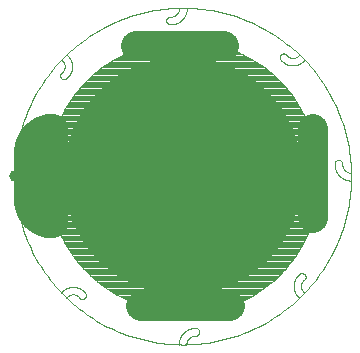
<source format=gtl>
G75*
%MOIN*%
%OFA0B0*%
%FSLAX25Y25*%
%IPPOS*%
%LPD*%
%AMOC8*
5,1,8,0,0,1.08239X$1,22.5*
%
%ADD10C,0.00039*%
%ADD11C,0.03962*%
%ADD12C,0.00394*%
%ADD13C,0.79787*%
%ADD14C,0.07087*%
%ADD15C,0.09843*%
D10*
X0020601Y0018343D02*
X0020691Y0018451D01*
X0020785Y0018556D01*
X0020881Y0018659D01*
X0020980Y0018759D01*
X0021081Y0018857D01*
X0021186Y0018951D01*
X0021293Y0019043D01*
X0021402Y0019132D01*
X0021514Y0019217D01*
X0021628Y0019299D01*
X0021745Y0019379D01*
X0021864Y0019455D01*
X0021984Y0019527D01*
X0022107Y0019596D01*
X0022231Y0019662D01*
X0022358Y0019725D01*
X0022486Y0019783D01*
X0022615Y0019838D01*
X0022746Y0019890D01*
X0022879Y0019938D01*
X0023013Y0019982D01*
X0023148Y0020023D01*
X0023283Y0020059D01*
X0023420Y0020092D01*
X0023558Y0020121D01*
X0023697Y0020147D01*
X0023836Y0020168D01*
X0023976Y0020186D01*
X0024116Y0020199D01*
X0024256Y0020209D01*
X0024397Y0020215D01*
X0024538Y0020217D01*
X0024679Y0020215D01*
X0024820Y0020209D01*
X0024960Y0020199D01*
X0025100Y0020186D01*
X0025240Y0020168D01*
X0025379Y0020147D01*
X0025518Y0020121D01*
X0025656Y0020092D01*
X0025793Y0020059D01*
X0025928Y0020023D01*
X0026063Y0019982D01*
X0026197Y0019938D01*
X0026330Y0019890D01*
X0026461Y0019838D01*
X0026590Y0019783D01*
X0026718Y0019725D01*
X0026845Y0019662D01*
X0026969Y0019596D01*
X0027092Y0019527D01*
X0027212Y0019455D01*
X0027331Y0019379D01*
X0027448Y0019299D01*
X0027562Y0019217D01*
X0027674Y0019132D01*
X0027783Y0019043D01*
X0027890Y0018951D01*
X0027995Y0018857D01*
X0028096Y0018759D01*
X0028195Y0018659D01*
X0028291Y0018556D01*
X0028385Y0018451D01*
X0028475Y0018343D01*
X0028522Y0018293D01*
X0028567Y0018240D01*
X0028609Y0018185D01*
X0028647Y0018128D01*
X0028683Y0018068D01*
X0028715Y0018007D01*
X0028743Y0017944D01*
X0028768Y0017880D01*
X0028790Y0017815D01*
X0028808Y0017748D01*
X0028822Y0017680D01*
X0028832Y0017612D01*
X0028839Y0017543D01*
X0028842Y0017474D01*
X0028841Y0017405D01*
X0028836Y0017336D01*
X0028828Y0017268D01*
X0028815Y0017200D01*
X0028799Y0017133D01*
X0028780Y0017067D01*
X0028756Y0017002D01*
X0028729Y0016938D01*
X0028699Y0016876D01*
X0028665Y0016816D01*
X0028628Y0016757D01*
X0028588Y0016701D01*
X0028545Y0016647D01*
X0028499Y0016596D01*
X0028450Y0016547D01*
X0028399Y0016501D01*
X0028345Y0016458D01*
X0028289Y0016418D01*
X0028230Y0016381D01*
X0028170Y0016347D01*
X0028108Y0016317D01*
X0028044Y0016290D01*
X0027979Y0016266D01*
X0027913Y0016247D01*
X0027846Y0016231D01*
X0027778Y0016218D01*
X0027710Y0016210D01*
X0027641Y0016205D01*
X0027572Y0016204D01*
X0027503Y0016207D01*
X0027434Y0016214D01*
X0027366Y0016224D01*
X0027298Y0016238D01*
X0027231Y0016256D01*
X0027166Y0016278D01*
X0027102Y0016303D01*
X0027039Y0016331D01*
X0026978Y0016363D01*
X0026918Y0016399D01*
X0026861Y0016437D01*
X0026806Y0016479D01*
X0026753Y0016524D01*
X0026703Y0016571D01*
X0026646Y0016654D01*
X0026587Y0016735D01*
X0026524Y0016813D01*
X0026458Y0016889D01*
X0026389Y0016963D01*
X0026317Y0017033D01*
X0026243Y0017101D01*
X0026166Y0017166D01*
X0026086Y0017228D01*
X0026005Y0017286D01*
X0025921Y0017342D01*
X0025835Y0017394D01*
X0025747Y0017442D01*
X0025657Y0017488D01*
X0025565Y0017529D01*
X0025472Y0017567D01*
X0025378Y0017602D01*
X0025282Y0017633D01*
X0025185Y0017660D01*
X0025087Y0017683D01*
X0024988Y0017702D01*
X0024889Y0017718D01*
X0024789Y0017730D01*
X0024689Y0017738D01*
X0024588Y0017742D01*
X0024488Y0017742D01*
X0024387Y0017738D01*
X0024287Y0017730D01*
X0024187Y0017718D01*
X0024088Y0017702D01*
X0023989Y0017683D01*
X0023891Y0017660D01*
X0023794Y0017633D01*
X0023698Y0017602D01*
X0023604Y0017567D01*
X0023511Y0017529D01*
X0023419Y0017488D01*
X0023329Y0017442D01*
X0023241Y0017394D01*
X0023155Y0017342D01*
X0023071Y0017286D01*
X0022990Y0017228D01*
X0022910Y0017166D01*
X0022833Y0017101D01*
X0022759Y0017033D01*
X0022687Y0016963D01*
X0022618Y0016889D01*
X0022552Y0016813D01*
X0022489Y0016735D01*
X0022430Y0016654D01*
X0022373Y0016571D01*
X0005050Y0057122D02*
X0005067Y0058499D01*
X0005118Y0059875D01*
X0005202Y0061249D01*
X0005320Y0062621D01*
X0005472Y0063989D01*
X0005657Y0065354D01*
X0005876Y0066713D01*
X0006128Y0068067D01*
X0006413Y0069414D01*
X0006731Y0070754D01*
X0007082Y0072085D01*
X0007466Y0073408D01*
X0007882Y0074720D01*
X0008329Y0076022D01*
X0008809Y0077313D01*
X0009321Y0078591D01*
X0009863Y0079857D01*
X0010436Y0081109D01*
X0011040Y0082346D01*
X0011674Y0083568D01*
X0012338Y0084775D01*
X0013032Y0085964D01*
X0013754Y0087136D01*
X0014505Y0088291D01*
X0015284Y0089426D01*
X0016090Y0090542D01*
X0016924Y0091638D01*
X0017785Y0092713D01*
X0018671Y0093766D01*
X0019583Y0094798D01*
X0020520Y0095807D01*
X0021482Y0096792D01*
X0022467Y0097754D01*
X0023476Y0098691D01*
X0024508Y0099603D01*
X0025561Y0100489D01*
X0026636Y0101350D01*
X0027732Y0102184D01*
X0028848Y0102990D01*
X0029983Y0103769D01*
X0031138Y0104520D01*
X0032310Y0105242D01*
X0033499Y0105936D01*
X0034706Y0106600D01*
X0035928Y0107234D01*
X0037165Y0107838D01*
X0038417Y0108411D01*
X0039683Y0108953D01*
X0040961Y0109465D01*
X0042252Y0109945D01*
X0043554Y0110392D01*
X0044866Y0110808D01*
X0046189Y0111192D01*
X0047520Y0111543D01*
X0048860Y0111861D01*
X0050207Y0112146D01*
X0051561Y0112398D01*
X0052920Y0112617D01*
X0054285Y0112802D01*
X0055653Y0112954D01*
X0057025Y0113072D01*
X0058399Y0113156D01*
X0059775Y0113207D01*
X0061152Y0113224D01*
X0062529Y0113207D01*
X0063905Y0113156D01*
X0065279Y0113072D01*
X0066651Y0112954D01*
X0068019Y0112802D01*
X0069384Y0112617D01*
X0070743Y0112398D01*
X0072097Y0112146D01*
X0073444Y0111861D01*
X0074784Y0111543D01*
X0076115Y0111192D01*
X0077438Y0110808D01*
X0078750Y0110392D01*
X0080052Y0109945D01*
X0081343Y0109465D01*
X0082621Y0108953D01*
X0083887Y0108411D01*
X0085139Y0107838D01*
X0086376Y0107234D01*
X0087598Y0106600D01*
X0088805Y0105936D01*
X0089994Y0105242D01*
X0091166Y0104520D01*
X0092321Y0103769D01*
X0093456Y0102990D01*
X0094572Y0102184D01*
X0095668Y0101350D01*
X0096743Y0100489D01*
X0097796Y0099603D01*
X0098828Y0098691D01*
X0099837Y0097754D01*
X0100822Y0096792D01*
X0101784Y0095807D01*
X0102721Y0094798D01*
X0103633Y0093766D01*
X0104519Y0092713D01*
X0105380Y0091638D01*
X0106214Y0090542D01*
X0107020Y0089426D01*
X0107799Y0088291D01*
X0108550Y0087136D01*
X0109272Y0085964D01*
X0109966Y0084775D01*
X0110630Y0083568D01*
X0111264Y0082346D01*
X0111868Y0081109D01*
X0112441Y0079857D01*
X0112983Y0078591D01*
X0113495Y0077313D01*
X0113975Y0076022D01*
X0114422Y0074720D01*
X0114838Y0073408D01*
X0115222Y0072085D01*
X0115573Y0070754D01*
X0115891Y0069414D01*
X0116176Y0068067D01*
X0116428Y0066713D01*
X0116647Y0065354D01*
X0116832Y0063989D01*
X0116984Y0062621D01*
X0117102Y0061249D01*
X0117186Y0059875D01*
X0117237Y0058499D01*
X0117254Y0057122D01*
X0117237Y0055745D01*
X0117186Y0054369D01*
X0117102Y0052995D01*
X0116984Y0051623D01*
X0116832Y0050255D01*
X0116647Y0048890D01*
X0116428Y0047531D01*
X0116176Y0046177D01*
X0115891Y0044830D01*
X0115573Y0043490D01*
X0115222Y0042159D01*
X0114838Y0040836D01*
X0114422Y0039524D01*
X0113975Y0038222D01*
X0113495Y0036931D01*
X0112983Y0035653D01*
X0112441Y0034387D01*
X0111868Y0033135D01*
X0111264Y0031898D01*
X0110630Y0030676D01*
X0109966Y0029469D01*
X0109272Y0028280D01*
X0108550Y0027108D01*
X0107799Y0025953D01*
X0107020Y0024818D01*
X0106214Y0023702D01*
X0105380Y0022606D01*
X0104519Y0021531D01*
X0103633Y0020478D01*
X0102721Y0019446D01*
X0101784Y0018437D01*
X0100822Y0017452D01*
X0099837Y0016490D01*
X0098828Y0015553D01*
X0097796Y0014641D01*
X0096743Y0013755D01*
X0095668Y0012894D01*
X0094572Y0012060D01*
X0093456Y0011254D01*
X0092321Y0010475D01*
X0091166Y0009724D01*
X0089994Y0009002D01*
X0088805Y0008308D01*
X0087598Y0007644D01*
X0086376Y0007010D01*
X0085139Y0006406D01*
X0083887Y0005833D01*
X0082621Y0005291D01*
X0081343Y0004779D01*
X0080052Y0004299D01*
X0078750Y0003852D01*
X0077438Y0003436D01*
X0076115Y0003052D01*
X0074784Y0002701D01*
X0073444Y0002383D01*
X0072097Y0002098D01*
X0070743Y0001846D01*
X0069384Y0001627D01*
X0068019Y0001442D01*
X0066651Y0001290D01*
X0065279Y0001172D01*
X0063905Y0001088D01*
X0062529Y0001037D01*
X0061152Y0001020D01*
X0059775Y0001037D01*
X0058399Y0001088D01*
X0057025Y0001172D01*
X0055653Y0001290D01*
X0054285Y0001442D01*
X0052920Y0001627D01*
X0051561Y0001846D01*
X0050207Y0002098D01*
X0048860Y0002383D01*
X0047520Y0002701D01*
X0046189Y0003052D01*
X0044866Y0003436D01*
X0043554Y0003852D01*
X0042252Y0004299D01*
X0040961Y0004779D01*
X0039683Y0005291D01*
X0038417Y0005833D01*
X0037165Y0006406D01*
X0035928Y0007010D01*
X0034706Y0007644D01*
X0033499Y0008308D01*
X0032310Y0009002D01*
X0031138Y0009724D01*
X0029983Y0010475D01*
X0028848Y0011254D01*
X0027732Y0012060D01*
X0026636Y0012894D01*
X0025561Y0013755D01*
X0024508Y0014641D01*
X0023476Y0015553D01*
X0022467Y0016490D01*
X0021482Y0017452D01*
X0020520Y0018437D01*
X0019583Y0019446D01*
X0018671Y0020478D01*
X0017785Y0021531D01*
X0016924Y0022606D01*
X0016090Y0023702D01*
X0015284Y0024818D01*
X0014505Y0025953D01*
X0013754Y0027108D01*
X0013032Y0028280D01*
X0012338Y0029469D01*
X0011674Y0030676D01*
X0011040Y0031898D01*
X0010436Y0033135D01*
X0009863Y0034387D01*
X0009321Y0035653D01*
X0008809Y0036931D01*
X0008329Y0038222D01*
X0007882Y0039524D01*
X0007466Y0040836D01*
X0007082Y0042159D01*
X0006731Y0043490D01*
X0006413Y0044830D01*
X0006128Y0046177D01*
X0005876Y0047531D01*
X0005657Y0048890D01*
X0005472Y0050255D01*
X0005320Y0051623D01*
X0005202Y0052995D01*
X0005118Y0054369D01*
X0005067Y0055745D01*
X0005050Y0057122D01*
X0022373Y0089799D02*
X0022323Y0089752D01*
X0022270Y0089707D01*
X0022215Y0089665D01*
X0022158Y0089627D01*
X0022098Y0089591D01*
X0022037Y0089559D01*
X0021974Y0089531D01*
X0021910Y0089506D01*
X0021845Y0089484D01*
X0021778Y0089466D01*
X0021710Y0089452D01*
X0021642Y0089442D01*
X0021573Y0089435D01*
X0021504Y0089432D01*
X0021435Y0089433D01*
X0021366Y0089438D01*
X0021298Y0089446D01*
X0021230Y0089459D01*
X0021163Y0089475D01*
X0021097Y0089494D01*
X0021032Y0089518D01*
X0020968Y0089545D01*
X0020906Y0089575D01*
X0020846Y0089609D01*
X0020787Y0089646D01*
X0020731Y0089686D01*
X0020677Y0089729D01*
X0020626Y0089775D01*
X0020577Y0089824D01*
X0020531Y0089875D01*
X0020488Y0089929D01*
X0020448Y0089985D01*
X0020411Y0090044D01*
X0020377Y0090104D01*
X0020347Y0090166D01*
X0020320Y0090230D01*
X0020296Y0090295D01*
X0020277Y0090361D01*
X0020261Y0090428D01*
X0020248Y0090496D01*
X0020240Y0090564D01*
X0020235Y0090633D01*
X0020234Y0090702D01*
X0020237Y0090771D01*
X0020244Y0090840D01*
X0020254Y0090908D01*
X0020268Y0090976D01*
X0020286Y0091043D01*
X0020308Y0091108D01*
X0020333Y0091172D01*
X0020361Y0091235D01*
X0020393Y0091296D01*
X0020429Y0091356D01*
X0020467Y0091413D01*
X0020509Y0091468D01*
X0020554Y0091521D01*
X0020601Y0091571D01*
X0020684Y0091628D01*
X0020765Y0091687D01*
X0020843Y0091750D01*
X0020919Y0091816D01*
X0020993Y0091885D01*
X0021063Y0091957D01*
X0021131Y0092031D01*
X0021196Y0092108D01*
X0021258Y0092188D01*
X0021316Y0092269D01*
X0021372Y0092353D01*
X0021424Y0092439D01*
X0021472Y0092527D01*
X0021518Y0092617D01*
X0021559Y0092709D01*
X0021597Y0092802D01*
X0021632Y0092896D01*
X0021663Y0092992D01*
X0021690Y0093089D01*
X0021713Y0093187D01*
X0021732Y0093286D01*
X0021748Y0093385D01*
X0021760Y0093485D01*
X0021768Y0093585D01*
X0021772Y0093686D01*
X0021772Y0093786D01*
X0021768Y0093887D01*
X0021760Y0093987D01*
X0021748Y0094087D01*
X0021732Y0094186D01*
X0021713Y0094285D01*
X0021690Y0094383D01*
X0021663Y0094480D01*
X0021632Y0094576D01*
X0021597Y0094670D01*
X0021559Y0094763D01*
X0021518Y0094855D01*
X0021472Y0094945D01*
X0021424Y0095033D01*
X0021372Y0095119D01*
X0021316Y0095203D01*
X0021258Y0095284D01*
X0021196Y0095364D01*
X0021131Y0095441D01*
X0021063Y0095515D01*
X0020993Y0095587D01*
X0020919Y0095656D01*
X0020843Y0095722D01*
X0020765Y0095785D01*
X0020684Y0095844D01*
X0020601Y0095901D01*
X0022373Y0097673D02*
X0022481Y0097583D01*
X0022586Y0097489D01*
X0022689Y0097393D01*
X0022789Y0097294D01*
X0022887Y0097193D01*
X0022981Y0097088D01*
X0023073Y0096981D01*
X0023162Y0096872D01*
X0023247Y0096760D01*
X0023329Y0096646D01*
X0023409Y0096529D01*
X0023485Y0096410D01*
X0023557Y0096290D01*
X0023626Y0096167D01*
X0023692Y0096043D01*
X0023755Y0095916D01*
X0023813Y0095788D01*
X0023868Y0095659D01*
X0023920Y0095528D01*
X0023968Y0095395D01*
X0024012Y0095261D01*
X0024053Y0095126D01*
X0024089Y0094991D01*
X0024122Y0094854D01*
X0024151Y0094716D01*
X0024177Y0094577D01*
X0024198Y0094438D01*
X0024216Y0094298D01*
X0024229Y0094158D01*
X0024239Y0094018D01*
X0024245Y0093877D01*
X0024247Y0093736D01*
X0024245Y0093595D01*
X0024239Y0093454D01*
X0024229Y0093314D01*
X0024216Y0093174D01*
X0024198Y0093034D01*
X0024177Y0092895D01*
X0024151Y0092756D01*
X0024122Y0092618D01*
X0024089Y0092481D01*
X0024053Y0092346D01*
X0024012Y0092211D01*
X0023968Y0092077D01*
X0023920Y0091944D01*
X0023868Y0091813D01*
X0023813Y0091684D01*
X0023755Y0091556D01*
X0023692Y0091429D01*
X0023626Y0091305D01*
X0023557Y0091182D01*
X0023485Y0091062D01*
X0023409Y0090943D01*
X0023329Y0090826D01*
X0023247Y0090712D01*
X0023162Y0090600D01*
X0023073Y0090491D01*
X0022981Y0090384D01*
X0022887Y0090279D01*
X0022789Y0090178D01*
X0022689Y0090079D01*
X0022586Y0089983D01*
X0022481Y0089889D01*
X0022373Y0089799D01*
X0056920Y0107712D02*
X0056849Y0107714D01*
X0056779Y0107720D01*
X0056709Y0107729D01*
X0056640Y0107743D01*
X0056572Y0107760D01*
X0056504Y0107781D01*
X0056438Y0107806D01*
X0056374Y0107834D01*
X0056311Y0107866D01*
X0056250Y0107902D01*
X0056191Y0107940D01*
X0056134Y0107982D01*
X0056079Y0108027D01*
X0056027Y0108075D01*
X0055978Y0108125D01*
X0055932Y0108178D01*
X0055889Y0108234D01*
X0055848Y0108292D01*
X0055811Y0108352D01*
X0055778Y0108414D01*
X0055748Y0108478D01*
X0055721Y0108543D01*
X0055698Y0108610D01*
X0055679Y0108678D01*
X0055664Y0108747D01*
X0055652Y0108816D01*
X0055644Y0108886D01*
X0055640Y0108957D01*
X0055640Y0109027D01*
X0055644Y0109098D01*
X0055652Y0109168D01*
X0055664Y0109237D01*
X0055679Y0109306D01*
X0055698Y0109374D01*
X0055721Y0109441D01*
X0055748Y0109506D01*
X0055778Y0109570D01*
X0055811Y0109632D01*
X0055848Y0109692D01*
X0055889Y0109750D01*
X0055932Y0109806D01*
X0055978Y0109859D01*
X0056027Y0109909D01*
X0056079Y0109957D01*
X0056134Y0110002D01*
X0056191Y0110044D01*
X0056250Y0110082D01*
X0056311Y0110118D01*
X0056374Y0110150D01*
X0056438Y0110178D01*
X0056504Y0110203D01*
X0056572Y0110224D01*
X0056640Y0110241D01*
X0056709Y0110255D01*
X0056779Y0110264D01*
X0056849Y0110270D01*
X0056920Y0110272D01*
X0056920Y0107713D02*
X0057066Y0107712D01*
X0057212Y0107715D01*
X0057358Y0107722D01*
X0057503Y0107733D01*
X0057649Y0107748D01*
X0057793Y0107767D01*
X0057938Y0107789D01*
X0058081Y0107815D01*
X0058224Y0107845D01*
X0058366Y0107879D01*
X0058507Y0107916D01*
X0058647Y0107958D01*
X0058786Y0108003D01*
X0058924Y0108051D01*
X0059060Y0108103D01*
X0059195Y0108159D01*
X0059328Y0108219D01*
X0059460Y0108282D01*
X0059590Y0108348D01*
X0059718Y0108418D01*
X0059844Y0108491D01*
X0059968Y0108567D01*
X0060091Y0108647D01*
X0060211Y0108730D01*
X0060329Y0108816D01*
X0060444Y0108905D01*
X0060557Y0108997D01*
X0060668Y0109093D01*
X0060776Y0109191D01*
X0060882Y0109292D01*
X0060984Y0109395D01*
X0061084Y0109502D01*
X0061181Y0109610D01*
X0061276Y0109722D01*
X0061367Y0109836D01*
X0061455Y0109952D01*
X0061540Y0110071D01*
X0061622Y0110192D01*
X0061700Y0110315D01*
X0061776Y0110440D01*
X0061848Y0110566D01*
X0061917Y0110695D01*
X0061982Y0110826D01*
X0062043Y0110958D01*
X0062102Y0111092D01*
X0062156Y0111227D01*
X0062207Y0111364D01*
X0062255Y0111502D01*
X0062298Y0111641D01*
X0062338Y0111782D01*
X0062375Y0111923D01*
X0062407Y0112065D01*
X0062436Y0112208D01*
X0062461Y0112352D01*
X0062482Y0112497D01*
X0062499Y0112642D01*
X0062513Y0112787D01*
X0062522Y0112932D01*
X0062528Y0113078D01*
X0062530Y0113224D01*
X0059971Y0113225D02*
X0059967Y0113118D01*
X0059959Y0113011D01*
X0059948Y0112904D01*
X0059933Y0112798D01*
X0059914Y0112693D01*
X0059892Y0112588D01*
X0059865Y0112484D01*
X0059835Y0112381D01*
X0059801Y0112279D01*
X0059764Y0112179D01*
X0059723Y0112080D01*
X0059679Y0111982D01*
X0059631Y0111886D01*
X0059580Y0111792D01*
X0059525Y0111700D01*
X0059468Y0111610D01*
X0059407Y0111522D01*
X0059342Y0111436D01*
X0059275Y0111352D01*
X0059205Y0111271D01*
X0059132Y0111193D01*
X0059057Y0111117D01*
X0058978Y0111044D01*
X0058897Y0110973D01*
X0058814Y0110906D01*
X0058728Y0110842D01*
X0058640Y0110780D01*
X0058550Y0110722D01*
X0058458Y0110667D01*
X0058364Y0110616D01*
X0058269Y0110568D01*
X0058171Y0110523D01*
X0058072Y0110482D01*
X0057972Y0110444D01*
X0057870Y0110410D01*
X0057767Y0110380D01*
X0057664Y0110353D01*
X0057559Y0110331D01*
X0057454Y0110311D01*
X0057347Y0110296D01*
X0057241Y0110284D01*
X0057134Y0110277D01*
X0057027Y0110273D01*
X0056920Y0110272D01*
X0093829Y0095901D02*
X0093782Y0095951D01*
X0093737Y0096004D01*
X0093695Y0096059D01*
X0093657Y0096116D01*
X0093621Y0096176D01*
X0093589Y0096237D01*
X0093561Y0096300D01*
X0093536Y0096364D01*
X0093514Y0096429D01*
X0093496Y0096496D01*
X0093482Y0096564D01*
X0093472Y0096632D01*
X0093465Y0096701D01*
X0093462Y0096770D01*
X0093463Y0096839D01*
X0093468Y0096908D01*
X0093476Y0096976D01*
X0093489Y0097044D01*
X0093505Y0097111D01*
X0093524Y0097177D01*
X0093548Y0097242D01*
X0093575Y0097306D01*
X0093605Y0097368D01*
X0093639Y0097428D01*
X0093676Y0097487D01*
X0093716Y0097543D01*
X0093759Y0097597D01*
X0093805Y0097648D01*
X0093854Y0097697D01*
X0093905Y0097743D01*
X0093959Y0097786D01*
X0094015Y0097826D01*
X0094074Y0097863D01*
X0094134Y0097897D01*
X0094196Y0097927D01*
X0094260Y0097954D01*
X0094325Y0097978D01*
X0094391Y0097997D01*
X0094458Y0098013D01*
X0094526Y0098026D01*
X0094594Y0098034D01*
X0094663Y0098039D01*
X0094732Y0098040D01*
X0094801Y0098037D01*
X0094870Y0098030D01*
X0094938Y0098020D01*
X0095006Y0098006D01*
X0095073Y0097988D01*
X0095138Y0097966D01*
X0095202Y0097941D01*
X0095265Y0097913D01*
X0095326Y0097881D01*
X0095386Y0097845D01*
X0095443Y0097807D01*
X0095498Y0097765D01*
X0095551Y0097720D01*
X0095601Y0097673D01*
X0095602Y0097673D02*
X0095659Y0097590D01*
X0095718Y0097509D01*
X0095781Y0097431D01*
X0095847Y0097355D01*
X0095916Y0097281D01*
X0095988Y0097211D01*
X0096062Y0097143D01*
X0096139Y0097078D01*
X0096219Y0097016D01*
X0096300Y0096958D01*
X0096384Y0096902D01*
X0096470Y0096850D01*
X0096558Y0096802D01*
X0096648Y0096756D01*
X0096740Y0096715D01*
X0096833Y0096677D01*
X0096927Y0096642D01*
X0097023Y0096611D01*
X0097120Y0096584D01*
X0097218Y0096561D01*
X0097317Y0096542D01*
X0097416Y0096526D01*
X0097516Y0096514D01*
X0097616Y0096506D01*
X0097717Y0096502D01*
X0097817Y0096502D01*
X0097918Y0096506D01*
X0098018Y0096514D01*
X0098118Y0096526D01*
X0098217Y0096542D01*
X0098316Y0096561D01*
X0098414Y0096584D01*
X0098511Y0096611D01*
X0098607Y0096642D01*
X0098701Y0096677D01*
X0098794Y0096715D01*
X0098886Y0096756D01*
X0098976Y0096802D01*
X0099064Y0096850D01*
X0099150Y0096902D01*
X0099234Y0096958D01*
X0099315Y0097016D01*
X0099395Y0097078D01*
X0099472Y0097143D01*
X0099546Y0097211D01*
X0099618Y0097281D01*
X0099687Y0097355D01*
X0099753Y0097431D01*
X0099816Y0097509D01*
X0099875Y0097590D01*
X0099932Y0097673D01*
X0101704Y0095901D02*
X0101614Y0095793D01*
X0101520Y0095688D01*
X0101424Y0095585D01*
X0101325Y0095485D01*
X0101224Y0095387D01*
X0101119Y0095293D01*
X0101012Y0095201D01*
X0100903Y0095112D01*
X0100791Y0095027D01*
X0100677Y0094945D01*
X0100560Y0094865D01*
X0100441Y0094789D01*
X0100321Y0094717D01*
X0100198Y0094648D01*
X0100074Y0094582D01*
X0099947Y0094519D01*
X0099819Y0094461D01*
X0099690Y0094406D01*
X0099559Y0094354D01*
X0099426Y0094306D01*
X0099292Y0094262D01*
X0099157Y0094221D01*
X0099022Y0094185D01*
X0098885Y0094152D01*
X0098747Y0094123D01*
X0098608Y0094097D01*
X0098469Y0094076D01*
X0098329Y0094058D01*
X0098189Y0094045D01*
X0098049Y0094035D01*
X0097908Y0094029D01*
X0097767Y0094027D01*
X0097626Y0094029D01*
X0097485Y0094035D01*
X0097345Y0094045D01*
X0097205Y0094058D01*
X0097065Y0094076D01*
X0096926Y0094097D01*
X0096787Y0094123D01*
X0096649Y0094152D01*
X0096512Y0094185D01*
X0096377Y0094221D01*
X0096242Y0094262D01*
X0096108Y0094306D01*
X0095975Y0094354D01*
X0095844Y0094406D01*
X0095715Y0094461D01*
X0095587Y0094519D01*
X0095460Y0094582D01*
X0095336Y0094648D01*
X0095213Y0094717D01*
X0095093Y0094789D01*
X0094974Y0094865D01*
X0094857Y0094945D01*
X0094743Y0095027D01*
X0094631Y0095112D01*
X0094522Y0095201D01*
X0094415Y0095293D01*
X0094310Y0095387D01*
X0094209Y0095485D01*
X0094110Y0095585D01*
X0094014Y0095688D01*
X0093920Y0095793D01*
X0093830Y0095901D01*
X0111742Y0061256D02*
X0111744Y0061327D01*
X0111750Y0061397D01*
X0111759Y0061467D01*
X0111773Y0061536D01*
X0111790Y0061604D01*
X0111811Y0061672D01*
X0111836Y0061738D01*
X0111864Y0061802D01*
X0111896Y0061865D01*
X0111932Y0061926D01*
X0111970Y0061985D01*
X0112012Y0062042D01*
X0112057Y0062097D01*
X0112105Y0062149D01*
X0112155Y0062198D01*
X0112208Y0062244D01*
X0112264Y0062287D01*
X0112322Y0062328D01*
X0112382Y0062365D01*
X0112444Y0062398D01*
X0112508Y0062428D01*
X0112573Y0062455D01*
X0112640Y0062478D01*
X0112708Y0062497D01*
X0112777Y0062512D01*
X0112846Y0062524D01*
X0112916Y0062532D01*
X0112987Y0062536D01*
X0113057Y0062536D01*
X0113128Y0062532D01*
X0113198Y0062524D01*
X0113267Y0062512D01*
X0113336Y0062497D01*
X0113404Y0062478D01*
X0113471Y0062455D01*
X0113536Y0062428D01*
X0113600Y0062398D01*
X0113662Y0062365D01*
X0113722Y0062328D01*
X0113780Y0062287D01*
X0113836Y0062244D01*
X0113889Y0062198D01*
X0113939Y0062149D01*
X0113987Y0062097D01*
X0114032Y0062042D01*
X0114074Y0061985D01*
X0114112Y0061926D01*
X0114148Y0061865D01*
X0114180Y0061802D01*
X0114208Y0061738D01*
X0114233Y0061672D01*
X0114254Y0061604D01*
X0114271Y0061536D01*
X0114285Y0061467D01*
X0114294Y0061397D01*
X0114300Y0061327D01*
X0114302Y0061256D01*
X0111743Y0061256D02*
X0111742Y0061110D01*
X0111745Y0060964D01*
X0111752Y0060818D01*
X0111763Y0060673D01*
X0111778Y0060527D01*
X0111797Y0060383D01*
X0111819Y0060238D01*
X0111845Y0060095D01*
X0111875Y0059952D01*
X0111909Y0059810D01*
X0111946Y0059669D01*
X0111988Y0059529D01*
X0112033Y0059390D01*
X0112081Y0059252D01*
X0112133Y0059116D01*
X0112189Y0058981D01*
X0112249Y0058848D01*
X0112312Y0058716D01*
X0112378Y0058586D01*
X0112448Y0058458D01*
X0112521Y0058332D01*
X0112597Y0058208D01*
X0112677Y0058085D01*
X0112760Y0057965D01*
X0112846Y0057847D01*
X0112935Y0057732D01*
X0113027Y0057619D01*
X0113123Y0057508D01*
X0113221Y0057400D01*
X0113322Y0057294D01*
X0113425Y0057192D01*
X0113532Y0057092D01*
X0113640Y0056995D01*
X0113752Y0056900D01*
X0113866Y0056809D01*
X0113982Y0056721D01*
X0114101Y0056636D01*
X0114222Y0056554D01*
X0114345Y0056476D01*
X0114470Y0056400D01*
X0114596Y0056328D01*
X0114725Y0056259D01*
X0114856Y0056194D01*
X0114988Y0056133D01*
X0115122Y0056074D01*
X0115257Y0056020D01*
X0115394Y0055969D01*
X0115532Y0055921D01*
X0115671Y0055878D01*
X0115812Y0055838D01*
X0115953Y0055801D01*
X0116095Y0055769D01*
X0116238Y0055740D01*
X0116382Y0055715D01*
X0116527Y0055694D01*
X0116672Y0055677D01*
X0116817Y0055663D01*
X0116962Y0055654D01*
X0117108Y0055648D01*
X0117254Y0055646D01*
X0117255Y0058205D02*
X0117148Y0058209D01*
X0117041Y0058217D01*
X0116934Y0058228D01*
X0116828Y0058243D01*
X0116723Y0058262D01*
X0116618Y0058284D01*
X0116514Y0058311D01*
X0116411Y0058341D01*
X0116309Y0058375D01*
X0116209Y0058412D01*
X0116110Y0058453D01*
X0116012Y0058497D01*
X0115916Y0058545D01*
X0115822Y0058596D01*
X0115730Y0058651D01*
X0115640Y0058708D01*
X0115552Y0058769D01*
X0115466Y0058834D01*
X0115382Y0058901D01*
X0115301Y0058971D01*
X0115223Y0059044D01*
X0115147Y0059119D01*
X0115074Y0059198D01*
X0115003Y0059279D01*
X0114936Y0059362D01*
X0114872Y0059448D01*
X0114810Y0059536D01*
X0114752Y0059626D01*
X0114697Y0059718D01*
X0114646Y0059812D01*
X0114598Y0059907D01*
X0114553Y0060005D01*
X0114512Y0060104D01*
X0114474Y0060204D01*
X0114440Y0060306D01*
X0114410Y0060409D01*
X0114383Y0060512D01*
X0114361Y0060617D01*
X0114341Y0060722D01*
X0114326Y0060829D01*
X0114314Y0060935D01*
X0114307Y0061042D01*
X0114303Y0061149D01*
X0114302Y0061256D01*
X0099932Y0024445D02*
X0099983Y0024493D01*
X0100037Y0024539D01*
X0100093Y0024581D01*
X0100151Y0024620D01*
X0100212Y0024656D01*
X0100274Y0024688D01*
X0100338Y0024717D01*
X0100404Y0024742D01*
X0100471Y0024763D01*
X0100539Y0024781D01*
X0100608Y0024794D01*
X0100678Y0024804D01*
X0100748Y0024810D01*
X0100818Y0024812D01*
X0100888Y0024810D01*
X0100958Y0024804D01*
X0101028Y0024794D01*
X0101097Y0024781D01*
X0101165Y0024763D01*
X0101232Y0024742D01*
X0101298Y0024717D01*
X0101362Y0024688D01*
X0101424Y0024656D01*
X0101485Y0024620D01*
X0101543Y0024581D01*
X0101599Y0024539D01*
X0101653Y0024493D01*
X0101704Y0024445D01*
X0101752Y0024394D01*
X0101798Y0024340D01*
X0101840Y0024284D01*
X0101879Y0024226D01*
X0101915Y0024165D01*
X0101947Y0024103D01*
X0101976Y0024039D01*
X0102001Y0023973D01*
X0102022Y0023906D01*
X0102040Y0023838D01*
X0102053Y0023769D01*
X0102063Y0023699D01*
X0102069Y0023629D01*
X0102071Y0023559D01*
X0102069Y0023489D01*
X0102063Y0023419D01*
X0102053Y0023349D01*
X0102040Y0023280D01*
X0102022Y0023212D01*
X0102001Y0023145D01*
X0101976Y0023079D01*
X0101947Y0023015D01*
X0101915Y0022953D01*
X0101879Y0022892D01*
X0101840Y0022834D01*
X0101798Y0022778D01*
X0101752Y0022724D01*
X0101704Y0022673D01*
X0101621Y0022616D01*
X0101540Y0022557D01*
X0101462Y0022494D01*
X0101386Y0022428D01*
X0101312Y0022359D01*
X0101242Y0022287D01*
X0101174Y0022213D01*
X0101109Y0022136D01*
X0101047Y0022056D01*
X0100989Y0021975D01*
X0100933Y0021891D01*
X0100881Y0021805D01*
X0100833Y0021717D01*
X0100787Y0021627D01*
X0100746Y0021535D01*
X0100708Y0021442D01*
X0100673Y0021348D01*
X0100642Y0021252D01*
X0100615Y0021155D01*
X0100592Y0021057D01*
X0100573Y0020958D01*
X0100557Y0020859D01*
X0100545Y0020759D01*
X0100537Y0020659D01*
X0100533Y0020558D01*
X0100533Y0020458D01*
X0100537Y0020357D01*
X0100545Y0020257D01*
X0100557Y0020157D01*
X0100573Y0020058D01*
X0100592Y0019959D01*
X0100615Y0019861D01*
X0100642Y0019764D01*
X0100673Y0019668D01*
X0100708Y0019574D01*
X0100746Y0019481D01*
X0100787Y0019389D01*
X0100833Y0019299D01*
X0100881Y0019211D01*
X0100933Y0019125D01*
X0100989Y0019041D01*
X0101047Y0018960D01*
X0101109Y0018880D01*
X0101174Y0018803D01*
X0101242Y0018729D01*
X0101312Y0018657D01*
X0101386Y0018588D01*
X0101462Y0018522D01*
X0101540Y0018459D01*
X0101621Y0018400D01*
X0101704Y0018343D01*
X0099932Y0016571D02*
X0099824Y0016661D01*
X0099719Y0016755D01*
X0099616Y0016851D01*
X0099516Y0016950D01*
X0099418Y0017051D01*
X0099324Y0017156D01*
X0099232Y0017263D01*
X0099143Y0017372D01*
X0099058Y0017484D01*
X0098976Y0017598D01*
X0098896Y0017715D01*
X0098820Y0017834D01*
X0098748Y0017954D01*
X0098679Y0018077D01*
X0098613Y0018201D01*
X0098550Y0018328D01*
X0098492Y0018456D01*
X0098437Y0018585D01*
X0098385Y0018716D01*
X0098337Y0018849D01*
X0098293Y0018983D01*
X0098252Y0019118D01*
X0098216Y0019253D01*
X0098183Y0019390D01*
X0098154Y0019528D01*
X0098128Y0019667D01*
X0098107Y0019806D01*
X0098089Y0019946D01*
X0098076Y0020086D01*
X0098066Y0020226D01*
X0098060Y0020367D01*
X0098058Y0020508D01*
X0098060Y0020649D01*
X0098066Y0020790D01*
X0098076Y0020930D01*
X0098089Y0021070D01*
X0098107Y0021210D01*
X0098128Y0021349D01*
X0098154Y0021488D01*
X0098183Y0021626D01*
X0098216Y0021763D01*
X0098252Y0021898D01*
X0098293Y0022033D01*
X0098337Y0022167D01*
X0098385Y0022300D01*
X0098437Y0022431D01*
X0098492Y0022560D01*
X0098550Y0022688D01*
X0098613Y0022815D01*
X0098679Y0022939D01*
X0098748Y0023062D01*
X0098820Y0023182D01*
X0098896Y0023301D01*
X0098976Y0023418D01*
X0099058Y0023532D01*
X0099143Y0023644D01*
X0099232Y0023753D01*
X0099324Y0023860D01*
X0099418Y0023965D01*
X0099516Y0024066D01*
X0099616Y0024165D01*
X0099719Y0024261D01*
X0099824Y0024355D01*
X0099932Y0024445D01*
X0065385Y0006532D02*
X0065456Y0006530D01*
X0065526Y0006524D01*
X0065596Y0006515D01*
X0065665Y0006501D01*
X0065733Y0006484D01*
X0065801Y0006463D01*
X0065867Y0006438D01*
X0065931Y0006410D01*
X0065994Y0006378D01*
X0066055Y0006342D01*
X0066114Y0006304D01*
X0066171Y0006262D01*
X0066226Y0006217D01*
X0066278Y0006169D01*
X0066327Y0006119D01*
X0066373Y0006066D01*
X0066416Y0006010D01*
X0066457Y0005952D01*
X0066494Y0005892D01*
X0066527Y0005830D01*
X0066557Y0005766D01*
X0066584Y0005701D01*
X0066607Y0005634D01*
X0066626Y0005566D01*
X0066641Y0005497D01*
X0066653Y0005428D01*
X0066661Y0005358D01*
X0066665Y0005287D01*
X0066665Y0005217D01*
X0066661Y0005146D01*
X0066653Y0005076D01*
X0066641Y0005007D01*
X0066626Y0004938D01*
X0066607Y0004870D01*
X0066584Y0004803D01*
X0066557Y0004738D01*
X0066527Y0004674D01*
X0066494Y0004612D01*
X0066457Y0004552D01*
X0066416Y0004494D01*
X0066373Y0004438D01*
X0066327Y0004385D01*
X0066278Y0004335D01*
X0066226Y0004287D01*
X0066171Y0004242D01*
X0066114Y0004200D01*
X0066055Y0004162D01*
X0065994Y0004126D01*
X0065931Y0004094D01*
X0065867Y0004066D01*
X0065801Y0004041D01*
X0065733Y0004020D01*
X0065665Y0004003D01*
X0065596Y0003989D01*
X0065526Y0003980D01*
X0065456Y0003974D01*
X0065385Y0003972D01*
X0065385Y0006531D02*
X0065239Y0006532D01*
X0065093Y0006529D01*
X0064947Y0006522D01*
X0064802Y0006511D01*
X0064656Y0006496D01*
X0064512Y0006477D01*
X0064367Y0006455D01*
X0064224Y0006429D01*
X0064081Y0006399D01*
X0063939Y0006365D01*
X0063798Y0006328D01*
X0063658Y0006286D01*
X0063519Y0006241D01*
X0063381Y0006193D01*
X0063245Y0006141D01*
X0063110Y0006085D01*
X0062977Y0006025D01*
X0062845Y0005962D01*
X0062715Y0005896D01*
X0062587Y0005826D01*
X0062461Y0005753D01*
X0062337Y0005677D01*
X0062214Y0005597D01*
X0062094Y0005514D01*
X0061976Y0005428D01*
X0061861Y0005339D01*
X0061748Y0005247D01*
X0061637Y0005151D01*
X0061529Y0005053D01*
X0061423Y0004952D01*
X0061321Y0004849D01*
X0061221Y0004742D01*
X0061124Y0004634D01*
X0061029Y0004522D01*
X0060938Y0004408D01*
X0060850Y0004292D01*
X0060765Y0004173D01*
X0060683Y0004052D01*
X0060605Y0003929D01*
X0060529Y0003804D01*
X0060457Y0003678D01*
X0060388Y0003549D01*
X0060323Y0003418D01*
X0060262Y0003286D01*
X0060203Y0003152D01*
X0060149Y0003017D01*
X0060098Y0002880D01*
X0060050Y0002742D01*
X0060007Y0002603D01*
X0059967Y0002462D01*
X0059930Y0002321D01*
X0059898Y0002179D01*
X0059869Y0002036D01*
X0059844Y0001892D01*
X0059823Y0001747D01*
X0059806Y0001602D01*
X0059792Y0001457D01*
X0059783Y0001312D01*
X0059777Y0001166D01*
X0059775Y0001020D01*
X0062333Y0001019D02*
X0062337Y0001126D01*
X0062345Y0001233D01*
X0062356Y0001340D01*
X0062371Y0001446D01*
X0062390Y0001551D01*
X0062412Y0001656D01*
X0062439Y0001760D01*
X0062469Y0001863D01*
X0062503Y0001965D01*
X0062540Y0002065D01*
X0062581Y0002164D01*
X0062625Y0002262D01*
X0062673Y0002358D01*
X0062724Y0002452D01*
X0062779Y0002544D01*
X0062836Y0002634D01*
X0062897Y0002722D01*
X0062962Y0002808D01*
X0063029Y0002892D01*
X0063099Y0002973D01*
X0063172Y0003051D01*
X0063247Y0003127D01*
X0063326Y0003200D01*
X0063407Y0003271D01*
X0063490Y0003338D01*
X0063576Y0003402D01*
X0063664Y0003464D01*
X0063754Y0003522D01*
X0063846Y0003577D01*
X0063940Y0003628D01*
X0064035Y0003676D01*
X0064133Y0003721D01*
X0064232Y0003762D01*
X0064332Y0003800D01*
X0064434Y0003834D01*
X0064537Y0003864D01*
X0064640Y0003891D01*
X0064745Y0003913D01*
X0064850Y0003933D01*
X0064957Y0003948D01*
X0065063Y0003960D01*
X0065170Y0003967D01*
X0065277Y0003971D01*
X0065384Y0003972D01*
D11*
X0009479Y0056138D03*
X0008987Y0056630D03*
X0008495Y0057122D03*
X0008003Y0057122D03*
X0007511Y0057122D03*
X0007019Y0057122D03*
X0006526Y0057122D03*
X0006034Y0057122D03*
X0005542Y0057122D03*
X0005050Y0057122D03*
D12*
X0006034Y0057122D02*
X0009971Y0053185D01*
X0009971Y0049248D01*
X0016464Y0050246D02*
X0106130Y0050246D01*
X0106191Y0050627D02*
X0105482Y0046149D01*
X0104308Y0041771D01*
X0102684Y0037539D01*
X0100626Y0033500D01*
X0098157Y0029698D01*
X0095304Y0026175D01*
X0092099Y0022970D01*
X0088576Y0020117D01*
X0084774Y0017649D01*
X0080735Y0015591D01*
X0076503Y0013966D01*
X0072125Y0012793D01*
X0067648Y0012084D01*
X0063121Y0011846D01*
X0061152Y0011846D01*
X0056420Y0012094D01*
X0051739Y0012836D01*
X0047161Y0014062D01*
X0042737Y0015761D01*
X0038515Y0017912D01*
X0034540Y0020493D01*
X0030857Y0023476D01*
X0027506Y0026827D01*
X0024524Y0030510D01*
X0021943Y0034484D01*
X0019791Y0038707D01*
X0018093Y0043131D01*
X0016866Y0047709D01*
X0016125Y0052389D01*
X0015877Y0057122D01*
X0016125Y0061855D01*
X0016866Y0066535D01*
X0018093Y0071113D01*
X0019791Y0075537D01*
X0021943Y0079760D01*
X0024524Y0083734D01*
X0027506Y0087417D01*
X0030857Y0090768D01*
X0034540Y0093751D01*
X0038515Y0096332D01*
X0042737Y0098483D01*
X0047161Y0100182D01*
X0051739Y0101408D01*
X0056420Y0102150D01*
X0061152Y0102398D01*
X0065885Y0102150D01*
X0070566Y0101408D01*
X0075143Y0100182D01*
X0079568Y0098483D01*
X0083790Y0096332D01*
X0087765Y0093751D01*
X0091448Y0090768D01*
X0094799Y0087417D01*
X0097781Y0083734D01*
X0100362Y0079760D01*
X0102514Y0075537D01*
X0104212Y0071113D01*
X0105439Y0066535D01*
X0106180Y0061855D01*
X0106428Y0057122D01*
X0106428Y0055154D01*
X0106191Y0050627D01*
X0106191Y0050638D02*
X0016402Y0050638D01*
X0016340Y0051030D02*
X0106212Y0051030D01*
X0106232Y0051423D02*
X0016278Y0051423D01*
X0016216Y0051815D02*
X0106253Y0051815D01*
X0106274Y0052207D02*
X0016154Y0052207D01*
X0016114Y0052599D02*
X0106294Y0052599D01*
X0106315Y0052992D02*
X0016093Y0052992D01*
X0016073Y0053384D02*
X0106335Y0053384D01*
X0106356Y0053776D02*
X0016052Y0053776D01*
X0016032Y0054168D02*
X0106376Y0054168D01*
X0106397Y0054560D02*
X0016011Y0054560D01*
X0015990Y0054953D02*
X0106417Y0054953D01*
X0106428Y0055345D02*
X0015970Y0055345D01*
X0015949Y0055737D02*
X0106428Y0055737D01*
X0106428Y0056129D02*
X0015929Y0056129D01*
X0015908Y0056521D02*
X0106428Y0056521D01*
X0106428Y0056914D02*
X0015888Y0056914D01*
X0015886Y0057306D02*
X0106418Y0057306D01*
X0106398Y0057698D02*
X0015907Y0057698D01*
X0015928Y0058090D02*
X0106377Y0058090D01*
X0106357Y0058482D02*
X0015948Y0058482D01*
X0015969Y0058875D02*
X0106336Y0058875D01*
X0106316Y0059267D02*
X0015989Y0059267D01*
X0016010Y0059659D02*
X0106295Y0059659D01*
X0106274Y0060051D02*
X0016030Y0060051D01*
X0016051Y0060444D02*
X0106254Y0060444D01*
X0106233Y0060836D02*
X0016071Y0060836D01*
X0016092Y0061228D02*
X0106213Y0061228D01*
X0106192Y0061620D02*
X0016112Y0061620D01*
X0016150Y0062012D02*
X0106155Y0062012D01*
X0106093Y0062405D02*
X0016212Y0062405D01*
X0016274Y0062797D02*
X0106031Y0062797D01*
X0105969Y0063189D02*
X0016336Y0063189D01*
X0016398Y0063581D02*
X0105906Y0063581D01*
X0105844Y0063973D02*
X0016460Y0063973D01*
X0016522Y0064366D02*
X0105782Y0064366D01*
X0105720Y0064758D02*
X0016585Y0064758D01*
X0016647Y0065150D02*
X0105658Y0065150D01*
X0105596Y0065542D02*
X0016709Y0065542D01*
X0016771Y0065935D02*
X0105534Y0065935D01*
X0105472Y0066327D02*
X0016833Y0066327D01*
X0016915Y0066719D02*
X0105389Y0066719D01*
X0105284Y0067111D02*
X0017020Y0067111D01*
X0017126Y0067503D02*
X0105179Y0067503D01*
X0105074Y0067896D02*
X0017231Y0067896D01*
X0017336Y0068288D02*
X0104969Y0068288D01*
X0104864Y0068680D02*
X0017441Y0068680D01*
X0017546Y0069072D02*
X0104759Y0069072D01*
X0104654Y0069464D02*
X0017651Y0069464D01*
X0017756Y0069857D02*
X0104549Y0069857D01*
X0104444Y0070249D02*
X0017861Y0070249D01*
X0017966Y0070641D02*
X0104338Y0070641D01*
X0104233Y0071033D02*
X0018071Y0071033D01*
X0018213Y0071425D02*
X0104092Y0071425D01*
X0103941Y0071818D02*
X0018363Y0071818D01*
X0018514Y0072210D02*
X0103791Y0072210D01*
X0103640Y0072602D02*
X0018664Y0072602D01*
X0018815Y0072994D02*
X0103490Y0072994D01*
X0103339Y0073387D02*
X0018965Y0073387D01*
X0019116Y0073779D02*
X0103189Y0073779D01*
X0103038Y0074171D02*
X0019267Y0074171D01*
X0019417Y0074563D02*
X0102888Y0074563D01*
X0102737Y0074955D02*
X0019568Y0074955D01*
X0019718Y0075348D02*
X0102586Y0075348D01*
X0102410Y0075740D02*
X0019894Y0075740D01*
X0020094Y0076132D02*
X0102211Y0076132D01*
X0102011Y0076524D02*
X0020294Y0076524D01*
X0020494Y0076916D02*
X0101811Y0076916D01*
X0101611Y0077309D02*
X0020694Y0077309D01*
X0020893Y0077701D02*
X0101411Y0077701D01*
X0101211Y0078093D02*
X0021093Y0078093D01*
X0021293Y0078485D02*
X0101012Y0078485D01*
X0100812Y0078878D02*
X0021493Y0078878D01*
X0021693Y0079270D02*
X0100612Y0079270D01*
X0100412Y0079662D02*
X0021893Y0079662D01*
X0022134Y0080054D02*
X0100171Y0080054D01*
X0099916Y0080446D02*
X0022388Y0080446D01*
X0022643Y0080839D02*
X0099662Y0080839D01*
X0099407Y0081231D02*
X0022898Y0081231D01*
X0023152Y0081623D02*
X0099152Y0081623D01*
X0098898Y0082015D02*
X0023407Y0082015D01*
X0023662Y0082407D02*
X0098643Y0082407D01*
X0098388Y0082800D02*
X0023917Y0082800D01*
X0024171Y0083192D02*
X0098133Y0083192D01*
X0097879Y0083584D02*
X0024426Y0083584D01*
X0024720Y0083976D02*
X0097585Y0083976D01*
X0097268Y0084368D02*
X0025037Y0084368D01*
X0025355Y0084761D02*
X0096950Y0084761D01*
X0096632Y0085153D02*
X0025672Y0085153D01*
X0025990Y0085545D02*
X0096315Y0085545D01*
X0095997Y0085937D02*
X0026308Y0085937D01*
X0026625Y0086330D02*
X0095680Y0086330D01*
X0095362Y0086722D02*
X0026943Y0086722D01*
X0027260Y0087114D02*
X0095044Y0087114D01*
X0094710Y0087506D02*
X0027595Y0087506D01*
X0027987Y0087898D02*
X0094318Y0087898D01*
X0093925Y0088291D02*
X0028379Y0088291D01*
X0028772Y0088683D02*
X0093533Y0088683D01*
X0093141Y0089075D02*
X0029164Y0089075D01*
X0029556Y0089467D02*
X0092749Y0089467D01*
X0092357Y0089859D02*
X0029948Y0089859D01*
X0030340Y0090252D02*
X0091964Y0090252D01*
X0091572Y0090644D02*
X0030733Y0090644D01*
X0031188Y0091036D02*
X0091117Y0091036D01*
X0090633Y0091428D02*
X0031672Y0091428D01*
X0032156Y0091821D02*
X0090148Y0091821D01*
X0089664Y0092213D02*
X0032641Y0092213D01*
X0033125Y0092605D02*
X0089180Y0092605D01*
X0088695Y0092997D02*
X0033609Y0092997D01*
X0034094Y0093389D02*
X0088211Y0093389D01*
X0087717Y0093782D02*
X0034587Y0093782D01*
X0035191Y0094174D02*
X0087113Y0094174D01*
X0086509Y0094566D02*
X0035795Y0094566D01*
X0036399Y0094958D02*
X0085905Y0094958D01*
X0085301Y0095350D02*
X0037003Y0095350D01*
X0037607Y0095743D02*
X0084697Y0095743D01*
X0084094Y0096135D02*
X0038211Y0096135D01*
X0038898Y0096527D02*
X0083407Y0096527D01*
X0082637Y0096919D02*
X0039667Y0096919D01*
X0040437Y0097311D02*
X0081868Y0097311D01*
X0081098Y0097704D02*
X0041207Y0097704D01*
X0041977Y0098096D02*
X0080328Y0098096D01*
X0079555Y0098488D02*
X0042750Y0098488D01*
X0043771Y0098880D02*
X0078533Y0098880D01*
X0077512Y0099273D02*
X0044793Y0099273D01*
X0045815Y0099665D02*
X0076490Y0099665D01*
X0075468Y0100057D02*
X0046836Y0100057D01*
X0048160Y0100449D02*
X0074145Y0100449D01*
X0072681Y0100841D02*
X0049623Y0100841D01*
X0051087Y0101234D02*
X0071218Y0101234D01*
X0069192Y0101626D02*
X0053113Y0101626D01*
X0055589Y0102018D02*
X0066716Y0102018D01*
X0106068Y0049854D02*
X0016526Y0049854D01*
X0016589Y0049462D02*
X0106006Y0049462D01*
X0105944Y0049069D02*
X0016651Y0049069D01*
X0016713Y0048677D02*
X0105882Y0048677D01*
X0105820Y0048285D02*
X0016775Y0048285D01*
X0016837Y0047893D02*
X0105758Y0047893D01*
X0105696Y0047501D02*
X0016922Y0047501D01*
X0017027Y0047108D02*
X0105633Y0047108D01*
X0105571Y0046716D02*
X0017132Y0046716D01*
X0017237Y0046324D02*
X0105509Y0046324D01*
X0105423Y0045932D02*
X0017342Y0045932D01*
X0017447Y0045539D02*
X0105318Y0045539D01*
X0105213Y0045147D02*
X0017552Y0045147D01*
X0017658Y0044755D02*
X0105108Y0044755D01*
X0105003Y0044363D02*
X0017763Y0044363D01*
X0017868Y0043971D02*
X0104898Y0043971D01*
X0104793Y0043578D02*
X0017973Y0043578D01*
X0018078Y0043186D02*
X0104688Y0043186D01*
X0104582Y0042794D02*
X0018222Y0042794D01*
X0018373Y0042402D02*
X0104477Y0042402D01*
X0104372Y0042010D02*
X0018523Y0042010D01*
X0018674Y0041617D02*
X0104249Y0041617D01*
X0104099Y0041225D02*
X0018824Y0041225D01*
X0018975Y0040833D02*
X0103948Y0040833D01*
X0103798Y0040441D02*
X0019125Y0040441D01*
X0019276Y0040049D02*
X0103647Y0040049D01*
X0103497Y0039656D02*
X0019427Y0039656D01*
X0019577Y0039264D02*
X0103346Y0039264D01*
X0103196Y0038872D02*
X0019728Y0038872D01*
X0019907Y0038480D02*
X0103045Y0038480D01*
X0102894Y0038087D02*
X0020107Y0038087D01*
X0020306Y0037695D02*
X0102744Y0037695D01*
X0102564Y0037303D02*
X0020506Y0037303D01*
X0020706Y0036911D02*
X0102364Y0036911D01*
X0102164Y0036519D02*
X0020906Y0036519D01*
X0021106Y0036126D02*
X0101964Y0036126D01*
X0101764Y0035734D02*
X0021306Y0035734D01*
X0021506Y0035342D02*
X0101564Y0035342D01*
X0101365Y0034950D02*
X0021705Y0034950D01*
X0021905Y0034558D02*
X0101165Y0034558D01*
X0100965Y0034165D02*
X0022150Y0034165D01*
X0022404Y0033773D02*
X0100765Y0033773D01*
X0100549Y0033381D02*
X0022659Y0033381D01*
X0022914Y0032989D02*
X0100294Y0032989D01*
X0100039Y0032596D02*
X0023168Y0032596D01*
X0023423Y0032204D02*
X0099784Y0032204D01*
X0099530Y0031812D02*
X0023678Y0031812D01*
X0023933Y0031420D02*
X0099275Y0031420D01*
X0099020Y0031028D02*
X0024187Y0031028D01*
X0024442Y0030635D02*
X0098766Y0030635D01*
X0098511Y0030243D02*
X0024739Y0030243D01*
X0025057Y0029851D02*
X0098256Y0029851D01*
X0097963Y0029459D02*
X0025375Y0029459D01*
X0025692Y0029067D02*
X0097645Y0029067D01*
X0097328Y0028674D02*
X0026010Y0028674D01*
X0026327Y0028282D02*
X0097010Y0028282D01*
X0096693Y0027890D02*
X0026645Y0027890D01*
X0026963Y0027498D02*
X0096375Y0027498D01*
X0096057Y0027106D02*
X0027280Y0027106D01*
X0027620Y0026713D02*
X0095740Y0026713D01*
X0095422Y0026321D02*
X0028012Y0026321D01*
X0028404Y0025929D02*
X0095058Y0025929D01*
X0094666Y0025537D02*
X0028796Y0025537D01*
X0029188Y0025144D02*
X0094273Y0025144D01*
X0093881Y0024752D02*
X0029581Y0024752D01*
X0029973Y0024360D02*
X0093489Y0024360D01*
X0093097Y0023968D02*
X0030365Y0023968D01*
X0030757Y0023576D02*
X0092704Y0023576D01*
X0092312Y0023183D02*
X0031218Y0023183D01*
X0031702Y0022791D02*
X0091878Y0022791D01*
X0091394Y0022399D02*
X0032187Y0022399D01*
X0032671Y0022007D02*
X0090909Y0022007D01*
X0090425Y0021615D02*
X0033155Y0021615D01*
X0033640Y0021222D02*
X0089941Y0021222D01*
X0089456Y0020830D02*
X0034124Y0020830D01*
X0034625Y0020438D02*
X0088972Y0020438D01*
X0088466Y0020046D02*
X0035229Y0020046D01*
X0035833Y0019653D02*
X0087862Y0019653D01*
X0087258Y0019261D02*
X0036437Y0019261D01*
X0037041Y0018869D02*
X0086654Y0018869D01*
X0086050Y0018477D02*
X0037645Y0018477D01*
X0038249Y0018085D02*
X0085446Y0018085D01*
X0084842Y0017692D02*
X0038946Y0017692D01*
X0039716Y0017300D02*
X0084091Y0017300D01*
X0083321Y0016908D02*
X0040486Y0016908D01*
X0041255Y0016516D02*
X0082551Y0016516D01*
X0081782Y0016124D02*
X0042025Y0016124D01*
X0042814Y0015731D02*
X0081012Y0015731D01*
X0080081Y0015339D02*
X0043835Y0015339D01*
X0044857Y0014947D02*
X0079059Y0014947D01*
X0078037Y0014555D02*
X0045879Y0014555D01*
X0046901Y0014163D02*
X0077015Y0014163D01*
X0075773Y0013770D02*
X0048252Y0013770D01*
X0049715Y0013378D02*
X0074309Y0013378D01*
X0072845Y0012986D02*
X0051179Y0012986D01*
X0053268Y0012594D02*
X0070868Y0012594D01*
X0068391Y0012201D02*
X0055744Y0012201D01*
D13*
X0061152Y0057122D03*
D14*
X0017845Y0057122D03*
X0017845Y0059091D03*
X0017845Y0061059D03*
X0017845Y0063028D03*
X0017845Y0064996D03*
X0017845Y0066965D03*
X0017845Y0068933D03*
X0017845Y0070902D03*
X0017845Y0072870D03*
X0017845Y0055154D03*
X0017845Y0053185D03*
X0017845Y0051217D03*
X0017845Y0049248D03*
X0017845Y0047280D03*
X0017845Y0045311D03*
X0017845Y0043343D03*
X0017845Y0041374D03*
X0047373Y0013815D03*
X0049341Y0013815D03*
X0051310Y0013815D03*
X0053278Y0013815D03*
X0055247Y0013815D03*
X0057215Y0013815D03*
X0059184Y0013815D03*
X0061152Y0013815D03*
X0063121Y0013815D03*
X0065089Y0013815D03*
X0067058Y0013815D03*
X0069026Y0013815D03*
X0070995Y0013815D03*
X0072963Y0013815D03*
X0074932Y0013815D03*
X0076900Y0013815D03*
X0104459Y0043343D03*
X0104459Y0045311D03*
X0104459Y0047280D03*
X0104459Y0049248D03*
X0104459Y0051217D03*
X0104459Y0053185D03*
X0104459Y0055154D03*
X0104459Y0057122D03*
X0104459Y0059091D03*
X0104459Y0061059D03*
X0104459Y0063028D03*
X0104459Y0064996D03*
X0104459Y0066965D03*
X0104459Y0068933D03*
X0104459Y0070902D03*
X0104459Y0072870D03*
X0074932Y0100429D03*
X0072963Y0100429D03*
X0070995Y0100429D03*
X0069026Y0100429D03*
X0067058Y0100429D03*
X0065089Y0100429D03*
X0063121Y0100429D03*
X0061152Y0100429D03*
X0059184Y0100429D03*
X0057215Y0100429D03*
X0055247Y0100429D03*
X0053278Y0100429D03*
X0051310Y0100429D03*
X0049341Y0100429D03*
X0047373Y0100429D03*
X0045404Y0100429D03*
D15*
X0074932Y0100429D01*
X0104459Y0072870D02*
X0104459Y0043343D01*
X0076900Y0013815D02*
X0047373Y0013815D01*
X0017845Y0041374D02*
X0017845Y0072870D01*
X0017655Y0072868D01*
X0017465Y0072861D01*
X0017275Y0072849D01*
X0017085Y0072833D01*
X0016896Y0072813D01*
X0016707Y0072787D01*
X0016519Y0072758D01*
X0016332Y0072723D01*
X0016146Y0072684D01*
X0015961Y0072641D01*
X0015776Y0072593D01*
X0015593Y0072541D01*
X0015412Y0072485D01*
X0015232Y0072424D01*
X0015053Y0072358D01*
X0014876Y0072289D01*
X0014700Y0072215D01*
X0014527Y0072137D01*
X0014355Y0072054D01*
X0014186Y0071968D01*
X0014018Y0071878D01*
X0013853Y0071783D01*
X0013690Y0071685D01*
X0013530Y0071582D01*
X0013372Y0071476D01*
X0013217Y0071366D01*
X0013064Y0071253D01*
X0012914Y0071135D01*
X0012768Y0071014D01*
X0012624Y0070890D01*
X0012483Y0070762D01*
X0012345Y0070631D01*
X0012210Y0070496D01*
X0012079Y0070358D01*
X0011951Y0070217D01*
X0011827Y0070073D01*
X0011706Y0069927D01*
X0011588Y0069777D01*
X0011475Y0069624D01*
X0011365Y0069469D01*
X0011259Y0069311D01*
X0011156Y0069151D01*
X0011058Y0068988D01*
X0010963Y0068823D01*
X0010873Y0068655D01*
X0010787Y0068486D01*
X0010704Y0068314D01*
X0010626Y0068141D01*
X0010552Y0067965D01*
X0010483Y0067788D01*
X0010417Y0067609D01*
X0010356Y0067429D01*
X0010300Y0067248D01*
X0010248Y0067065D01*
X0010200Y0066880D01*
X0010157Y0066695D01*
X0010118Y0066509D01*
X0010083Y0066322D01*
X0010054Y0066134D01*
X0010028Y0065945D01*
X0010008Y0065756D01*
X0009992Y0065566D01*
X0009980Y0065376D01*
X0009973Y0065186D01*
X0009971Y0064996D01*
X0009971Y0049248D01*
X0009973Y0049058D01*
X0009980Y0048868D01*
X0009992Y0048678D01*
X0010008Y0048488D01*
X0010028Y0048299D01*
X0010054Y0048110D01*
X0010083Y0047922D01*
X0010118Y0047735D01*
X0010157Y0047549D01*
X0010200Y0047364D01*
X0010248Y0047179D01*
X0010300Y0046996D01*
X0010356Y0046815D01*
X0010417Y0046635D01*
X0010483Y0046456D01*
X0010552Y0046279D01*
X0010626Y0046103D01*
X0010704Y0045930D01*
X0010787Y0045758D01*
X0010873Y0045589D01*
X0010963Y0045421D01*
X0011058Y0045256D01*
X0011156Y0045093D01*
X0011259Y0044933D01*
X0011365Y0044775D01*
X0011475Y0044620D01*
X0011588Y0044467D01*
X0011706Y0044317D01*
X0011827Y0044171D01*
X0011951Y0044027D01*
X0012079Y0043886D01*
X0012210Y0043748D01*
X0012345Y0043613D01*
X0012483Y0043482D01*
X0012624Y0043354D01*
X0012768Y0043230D01*
X0012914Y0043109D01*
X0013064Y0042991D01*
X0013217Y0042878D01*
X0013372Y0042768D01*
X0013530Y0042662D01*
X0013690Y0042559D01*
X0013853Y0042461D01*
X0014018Y0042366D01*
X0014186Y0042276D01*
X0014355Y0042190D01*
X0014527Y0042107D01*
X0014700Y0042029D01*
X0014876Y0041955D01*
X0015053Y0041886D01*
X0015232Y0041820D01*
X0015412Y0041759D01*
X0015593Y0041703D01*
X0015776Y0041651D01*
X0015961Y0041603D01*
X0016146Y0041560D01*
X0016332Y0041521D01*
X0016519Y0041486D01*
X0016707Y0041457D01*
X0016896Y0041431D01*
X0017085Y0041411D01*
X0017275Y0041395D01*
X0017465Y0041383D01*
X0017655Y0041376D01*
X0017845Y0041374D01*
M02*

</source>
